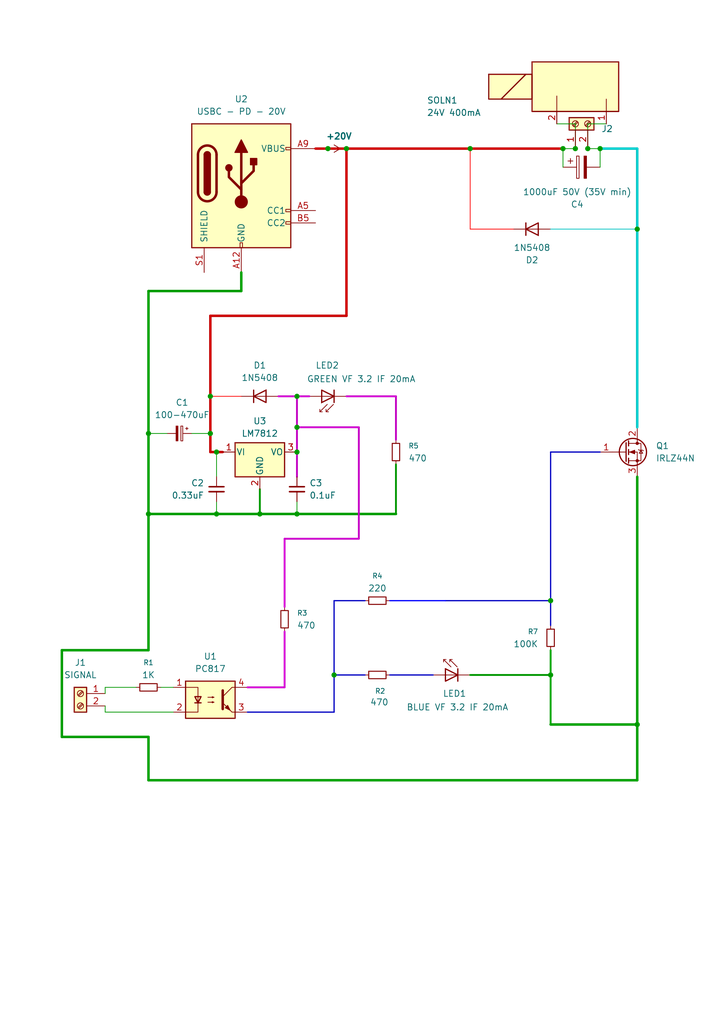
<source format=kicad_sch>
(kicad_sch (version 20250114) (generator "eeschema") (generator_version "9.0")
  (paper "A5" portrait)
  (title_block (title "Pinewood Derby Starting Gate Solenoid") (date "2026-02-02") (rev "4") (company "Leon Springs Baptist Church AWANA Program") (comment 1 "Signal 9V Battery (3V-12V) ( Isolated via Optocoupler )") (comment 3 "USBC Power 65W ( Min 45W ) ") (comment 4 "Solenoid  24V 400mA  ( Max 24V 2A )"))
  (lib_symbols
    (symbol "Connector:Screw_Terminal_01x02" (pin_names (offset 1.016) (hide yes))
      (property "Reference" "J" (at 0 2.54 0))
      (property "Value" "Screw_Terminal_01x02" (at 0 -5.08 0))
      (symbol "Screw_Terminal_01x02_1_1"
        (rectangle (start -1.27 1.27) (end 1.27 -3.81) (stroke (width 0.254)) (fill (type background)))
        (polyline (pts (xy -0.5334 0.3302) (xy 0.3302 -0.508)) (stroke (width 0.1524)))
        (polyline (pts (xy -0.5334 -2.2098) (xy 0.3302 -3.048)) (stroke (width 0.1524)))
        (polyline (pts (xy -0.3556 0.508) (xy 0.508 -0.3302)) (stroke (width 0.1524)))
        (polyline (pts (xy -0.3556 -2.032) (xy 0.508 -2.8702)) (stroke (width 0.1524)))
        (circle (center 0 0) (radius 0.635) (stroke (width 0.1524)))
        (circle (center 0 -2.54) (radius 0.635) (stroke (width 0.1524)))
        (pin passive line (at -5.08 0 0) (length 3.81) (name "Pin_1") (number "1"))
        (pin passive line (at -5.08 -2.54 0) (length 3.81) (name "Pin_2") (number "2"))
      )
    )
    (symbol "Connector:USB_C_Receptacle_PowerOnly_6P" (pin_names (offset 1.016))
      (property "Reference" "J" (at 0 16.51 0))
      (property "Value" "USB_C_Receptacle_PowerOnly_6P" (at 0 13.97 0))
      (symbol "USB_C_Receptacle_PowerOnly_6P_0_0"
        (rectangle (start -0.254 -12.7) (end 0.254 -11.684))
        (rectangle (start 10.16 7.874) (end 9.144 7.366))
        (rectangle (start 10.16 -4.826) (end 9.144 -5.334))
        (rectangle (start 10.16 -7.366) (end 9.144 -7.874))
      )
      (symbol "USB_C_Receptacle_PowerOnly_6P_0_1"
        (rectangle (start -10.16 12.7) (end 10.16 -12.7) (stroke (width 0.254)) (fill (type background)))
        (polyline (pts (xy -8.89 -1.27) (xy -8.89 6.35)) (stroke (width 0.508)))
        (rectangle (start -7.62 -1.27) (end -6.35 6.35) (stroke (width 0.254)) (fill (type outline)))
        (arc (start -7.62 6.35) (mid -6.985 6.9823) (end -6.35 6.35) (stroke (width 0.254)))
        (arc (start -7.62 6.35) (mid -6.985 6.9823) (end -6.35 6.35) (stroke (width 0.254)) (fill (type outline)))
        (arc (start -8.89 6.35) (mid -6.985 8.2467) (end -5.08 6.35) (stroke (width 0.508)))
        (arc (start -5.08 -1.27) (mid -6.985 -3.1667) (end -8.89 -1.27) (stroke (width 0.508)))
        (arc (start -6.35 -1.27) (mid -6.985 -1.9023) (end -7.62 -1.27) (stroke (width 0.254)))
        (arc (start -6.35 -1.27) (mid -6.985 -1.9023) (end -7.62 -1.27) (stroke (width 0.254)) (fill (type outline)))
        (polyline (pts (xy -5.08 6.35) (xy -5.08 -1.27)) (stroke (width 0.508)))
        (circle (center -2.54 3.683) (radius 0.635) (stroke (width 0.254)) (fill (type outline)))
        (polyline (pts (xy -1.27 6.858) (xy 0 9.398) (xy 1.27 6.858) (xy -1.27 6.858)) (stroke (width 0.254)) (fill (type outline)))
        (polyline (pts (xy 0 0.508) (xy 2.54 3.048) (xy 2.54 4.318)) (stroke (width 0.508)))
        (polyline (pts (xy 0 -0.762) (xy -2.54 1.778) (xy -2.54 3.048)) (stroke (width 0.508)))
        (polyline (pts (xy 0 -3.302) (xy 0 6.858)) (stroke (width 0.508)))
        (circle (center 0 -3.302) (radius 1.27) (fill (type outline)))
        (rectangle (start 1.905 4.318) (end 3.175 5.588) (stroke (width 0.254)) (fill (type outline)))
      )
      (symbol "USB_C_Receptacle_PowerOnly_6P_1_1"
        (pin passive line (at -7.62 -17.78 90) (length 5.08) (name "SHIELD") (number "S1"))
        (pin passive line (at 0 -17.78 90) (length 5.08) (name "GND") (number "A12"))
        (pin passive line (at 0 -17.78 90) (length 5.08) (hide yes) (name "GND") (number "B12"))
        (pin passive line (at 15.24 7.62 180) (length 5.08) (name "VBUS") (number "A9"))
        (pin passive line (at 15.24 7.62 180) (length 5.08) (hide yes) (name "VBUS") (number "B9"))
        (pin bidirectional line (at 15.24 -5.08 180) (length 5.08) (name "CC1") (number "A5"))
        (pin bidirectional line (at 15.24 -7.62 180) (length 5.08) (name "CC2") (number "B5"))
      )
    )
    (symbol "Device:C_Polarized" (pin_numbers (hide yes)) (pin_names (offset 0.254))
      (property "Reference" "C" (at 0.635 2.54 0))
      (property "Value" "C_Polarized" (at 0.635 -2.54 0))
      (symbol "C_Polarized_0_1"
        (rectangle (start -2.286 0.508) (end 2.286 1.016))
        (polyline (pts (xy -1.778 2.286) (xy -0.762 2.286)))
        (polyline (pts (xy -1.27 2.794) (xy -1.27 1.778)))
        (rectangle (start 2.286 -0.508) (end -2.286 -1.016) (fill (type outline)))
      )
      (symbol "C_Polarized_1_1"
        (pin passive line (at 0 3.81 270) (length 2.794) (name "~") (number "1"))
        (pin passive line (at 0 -3.81 90) (length 2.794) (name "~") (number "2"))
      )
    )
    (symbol "Device:C_Polarized_Small" (pin_numbers (hide yes)) (pin_names (offset 0.254) (hide yes))
      (property "Reference" "C" (at 0.254 1.778 0))
      (property "Value" "C_Polarized_Small" (at 0.254 -2.032 0))
      (symbol "C_Polarized_Small_0_1"
        (rectangle (start -1.524 0.6858) (end 1.524 0.3048))
        (rectangle (start -1.524 -0.3048) (end 1.524 -0.6858) (fill (type outline)))
        (polyline (pts (xy -1.27 1.524) (xy -0.762 1.524)))
        (polyline (pts (xy -1.016 1.27) (xy -1.016 1.778)))
      )
      (symbol "C_Polarized_Small_1_1"
        (pin passive line (at 0 2.54 270) (length 1.8542) (name "~") (number "1"))
        (pin passive line (at 0 -2.54 90) (length 1.8542) (name "~") (number "2"))
      )
    )
    (symbol "Device:C_Small" (pin_numbers (hide yes)) (pin_names (offset 0.254) (hide yes))
      (property "Reference" "C" (at 0.254 1.778 0))
      (property "Value" "C_Small" (at 0.254 -2.032 0))
      (symbol "C_Small_0_1"
        (polyline (pts (xy -1.524 0.508) (xy 1.524 0.508)) (stroke (width 0.3048)))
        (polyline (pts (xy -1.524 -0.508) (xy 1.524 -0.508)) (stroke (width 0.3302)))
      )
      (symbol "C_Small_1_1"
        (pin passive line (at 0 2.54 270) (length 2.032) (name "~") (number "1"))
        (pin passive line (at 0 -2.54 90) (length 2.032) (name "~") (number "2"))
      )
    )
    (symbol "Device:R_Small" (pin_numbers (hide yes)) (pin_names (offset 0.254) (hide yes))
      (property "Reference" "R" (at 0 0 90))
      (property "Value" "R_Small" (at 1.778 0 90))
      (symbol "R_Small_0_1"
        (rectangle (start -0.762 1.778) (end 0.762 -1.778) (stroke (width 0.2032)))
      )
      (symbol "R_Small_1_1"
        (pin passive line (at 0 2.54 270) (length 0.762) (name "~") (number "1"))
        (pin passive line (at 0 -2.54 90) (length 0.762) (name "~") (number "2"))
      )
    )
    (symbol "Diode:1N4007" (pin_numbers (hide yes)) (pin_names (hide yes))
      (property "Reference" "D" (at 0 2.54 0))
      (property "Value" "1N4007" (at 0 -2.54 0))
      (symbol "1N4007_0_1"
        (polyline (pts (xy -1.27 1.27) (xy -1.27 -1.27)) (stroke (width 0.254)))
        (polyline (pts (xy 1.27 1.27) (xy 1.27 -1.27) (xy -1.27 0) (xy 1.27 1.27)) (stroke (width 0.254)))
        (polyline (pts (xy 1.27 0) (xy -1.27 0)))
      )
      (symbol "1N4007_1_1"
        (pin passive line (at -3.81 0 0) (length 2.54) (name "K") (number "1"))
        (pin passive line (at 3.81 0 180) (length 2.54) (name "A") (number "2"))
      )
    )
    (symbol "Isolator:PC817" (pin_names (offset 1.016))
      (property "Reference" "U" (at -5.08 5.08 0))
      (property "Value" "PC817" (at 0 5.08 0))
      (symbol "PC817_0_1"
        (rectangle (start -5.08 3.81) (end 5.08 -3.81) (stroke (width 0.254)) (fill (type background)))
        (polyline (pts (xy -5.08 2.54) (xy -2.54 2.54) (xy -2.54 -0.635)))
        (polyline (pts (xy -3.175 -0.635) (xy -1.905 -0.635)) (stroke (width 0.254)))
        (polyline (pts (xy -2.54 -0.635) (xy -2.54 -2.54) (xy -5.08 -2.54)))
        (polyline (pts (xy -2.54 -0.635) (xy -3.175 0.635) (xy -1.905 0.635) (xy -2.54 -0.635)) (stroke (width 0.254)))
        (polyline (pts (xy -0.508 0.508) (xy 0.762 0.508) (xy 0.381 0.381) (xy 0.381 0.635) (xy 0.762 0.508)))
        (polyline (pts (xy -0.508 -0.508) (xy 0.762 -0.508) (xy 0.381 -0.635) (xy 0.381 -0.381) (xy 0.762 -0.508)))
        (polyline (pts (xy 2.54 1.905) (xy 2.54 -1.905)) (stroke (width 0.508)))
        (polyline (pts (xy 2.54 0.635) (xy 4.445 2.54)))
        (polyline (pts (xy 3.048 -1.651) (xy 3.556 -1.143) (xy 4.064 -2.159) (xy 3.048 -1.651)) (fill (type outline)))
        (polyline (pts (xy 4.445 2.54) (xy 5.08 2.54)))
        (polyline (pts (xy 4.445 -2.54) (xy 2.54 -0.635)) (fill (type outline)))
        (polyline (pts (xy 4.445 -2.54) (xy 5.08 -2.54)))
      )
      (symbol "PC817_1_1"
        (pin passive line (at -7.62 2.54 0) (length 2.54) (name "~") (number "1"))
        (pin passive line (at -7.62 -2.54 0) (length 2.54) (name "~") (number "2"))
        (pin passive line (at 7.62 2.54 180) (length 2.54) (name "~") (number "4"))
        (pin passive line (at 7.62 -2.54 180) (length 2.54) (name "~") (number "3"))
      )
    )
    (symbol "LED:TSAL4400" (pin_numbers (hide yes)) (pin_names (offset 1.016) (hide yes))
      (property "Reference" "D" (at 0.508 1.778 0))
      (property "Value" "TSAL4400" (at -1.016 -2.794 0))
      (symbol "TSAL4400_0_1"
        (polyline (pts (xy -2.54 1.27) (xy -2.54 -1.27)) (stroke (width 0.254)))
        (polyline (pts (xy -2.413 1.651) (xy -0.889 3.175) (xy -0.889 2.667) (xy -0.889 3.175) (xy -1.397 3.175)))
        (polyline (pts (xy -1.143 1.651) (xy 0.381 3.175) (xy 0.381 2.667)))
        (polyline (pts (xy 0 1.27) (xy -2.54 0) (xy 0 -1.27) (xy 0 1.27)) (stroke (width 0.254)))
        (polyline (pts (xy 0 0) (xy -2.54 0)))
        (polyline (pts (xy 0.381 3.175) (xy -0.127 3.175)))
      )
      (symbol "TSAL4400_1_1"
        (pin passive line (at -5.08 0 0) (length 2.54) (name "K") (number "1"))
        (pin passive line (at 2.54 0 180) (length 2.54) (name "A") (number "2"))
      )
    )
    (symbol "Regulator_Linear:LM7812_TO220" (pin_names (offset 0.254))
      (property "Reference" "U" (at -3.81 3.175 0))
      (property "Value" "LM7812_TO220" (at 0 3.175 0))
      (symbol "LM7812_TO220_0_1"
        (rectangle (start -5.08 1.905) (end 5.08 -5.08) (stroke (width 0.254)) (fill (type background)))
      )
      (symbol "LM7812_TO220_1_1"
        (pin power_in line (at -7.62 0 0) (length 2.54) (name "VI") (number "1"))
        (pin power_in line (at 0 -7.62 90) (length 2.54) (name "GND") (number "2"))
        (pin power_out line (at 7.62 0 180) (length 2.54) (name "VO") (number "3"))
      )
    )
    (symbol "Solenoid:SOLxx-Axx-Vxx"
      (property "Reference" "SOLN" (at 10.16 3.81 0) (show_name))
      (property "Value" "SOLNxx-Axx-Vxx" (at 10.16 1.27 0))
      (symbol "SOLxx-Axx-Vxx_0_1"
        (rectangle (start -17.78 2.54) (end -8.89 -2.54) (stroke (width 0.254)) (fill (type background)))
        (polyline (pts (xy -15.24 -2.54) (xy -10.16 2.54)) (stroke (width 0.254)))
        (rectangle (start -8.89 5.08) (end 8.89 -5.08) (stroke (width 0.254)) (fill (type background)))
        (polyline (pts (xy -3.81 -5.08) (xy -3.81 -1.905)))
        (polyline (pts (xy 6.35 -2.54) (xy 6.35 -5.08)))
      )
      (symbol "SOLxx-Axx-Vxx_1_1"
        (pin passive line (at -3.81 -7.62 90) (length 2.54) (name "~") (number "2"))
        (pin passive line (at 6.35 -7.62 90) (length 2.54) (name "~") (number "1"))
        (pin passive line (at 6.35 -7.62 90) (length 2.54) (hide yes) (name "~") (number "14"))
      )
    )
    (symbol "Transistor_FET:IRLZ44N" (pin_names (hide yes))
      (property "Reference" "Q" (at 5.08 1.905 0))
      (property "Value" "IRLZ44N" (at 5.08 0 0))
      (symbol "IRLZ44N_0_1"
        (polyline (pts (xy 0.254 1.905) (xy 0.254 -1.905)) (stroke (width 0.254)))
        (polyline (pts (xy 0.254 0) (xy -2.54 0)))
        (polyline (pts (xy 0.762 2.286) (xy 0.762 1.27)) (stroke (width 0.254)))
        (polyline (pts (xy 0.762 0.508) (xy 0.762 -0.508)) (stroke (width 0.254)))
        (polyline (pts (xy 0.762 -1.27) (xy 0.762 -2.286)) (stroke (width 0.254)))
        (polyline (pts (xy 0.762 -1.778) (xy 3.302 -1.778) (xy 3.302 1.778) (xy 0.762 1.778)))
        (polyline (pts (xy 1.016 0) (xy 2.032 0.381) (xy 2.032 -0.381) (xy 1.016 0)) (fill (type outline)))
        (circle (center 1.651 0) (radius 2.794) (stroke (width 0.254)))
        (polyline (pts (xy 2.54 2.54) (xy 2.54 1.778)))
        (circle (center 2.54 1.778) (radius 0.254) (fill (type outline)))
        (circle (center 2.54 -1.778) (radius 0.254) (fill (type outline)))
        (polyline (pts (xy 2.54 -2.54) (xy 2.54 0) (xy 0.762 0)))
        (polyline (pts (xy 2.794 0.508) (xy 2.921 0.381) (xy 3.683 0.381) (xy 3.81 0.254)))
        (polyline (pts (xy 3.302 0.381) (xy 2.921 -0.254) (xy 3.683 -0.254) (xy 3.302 0.381)))
      )
      (symbol "IRLZ44N_1_1"
        (pin input line (at -5.08 0 0) (length 2.54) (name "G") (number "1"))
        (pin passive line (at 2.54 5.08 270) (length 2.54) (name "D") (number "2"))
        (pin passive line (at 2.54 -5.08 90) (length 2.54) (name "S") (number "3"))
      )
    )
    (symbol "power:+10V" (power) (pin_numbers (hide yes)) (pin_names (offset 0) (hide yes))
      (property "Value" "+10V" (at 0 3.556 0))
      (symbol "+10V_0_1"
        (polyline (pts (xy -0.762 1.27) (xy 0 2.54)))
        (polyline (pts (xy 0 2.54) (xy 0.762 1.27)))
        (polyline (pts (xy 0 0) (xy 0 2.54)))
      )
      (symbol "+10V_1_1"
        (pin power_in line (at 0 0 90) (length 0) (name "~") (number "1"))
      )
    )
  )
  (junction (at 67.31 30.48))
  (junction (at 44.45 105.41))
  (junction (at 120.65 30.48))
  (junction (at 68.58 138.43))
  (junction (at 130.81 46.99))
  (junction (at 30.48 88.9))
  (junction (at 113.03 138.43))
  (junction (at 113.03 123.19))
  (junction (at 71.12 30.48))
  (junction (at 30.48 105.41))
  (junction (at 130.81 148.59))
  (junction (at 60.96 105.41))
  (junction (at 60.96 87.63))
  (junction (at 60.96 81.28))
  (junction (at 43.18 88.9))
  (junction (at 53.34 105.41))
  (junction (at 43.18 81.28))
  (junction (at 96.52 30.48))
  (junction (at 60.96 92.71))
  (junction (at 118.11 30.48))
  (junction (at 115.57 30.48))
  (junction (at 123.19 30.48))
  (junction (at 44.45 92.71))
  (wire (pts (xy 60.96 81.28) (xy 60.96 85.09)) (stroke (width 0) (color 194 0 194 1)))
  (wire (pts (xy 12.7 151.13) (xy 30.48 151.13)) (stroke (width 0.508)))
  (wire (pts (xy 30.48 105.41) (xy 30.48 133.35)) (stroke (width 0.508)))
  (wire (pts (xy 30.48 160.02) (xy 130.81 160.02)) (stroke (width 0.508)))
  (wire (pts (xy 30.48 151.13) (xy 30.48 160.02)) (stroke (width 0.508)))
  (wire (pts (xy 113.03 46.99) (xy 130.81 46.99)) (stroke (width 0) (color 0 194 194 1)))
  (wire (pts (xy 91.44 123.19) (xy 113.03 123.19)) (stroke (width 0.254) (color 0 0 194 1)))
  (wire (pts (xy 68.58 146.05) (xy 50.8 146.05)) (stroke (width 0.254) (color 0 0 194 1)))
  (wire (pts (xy 123.19 30.48) (xy 123.19 34.29)))
  (wire (pts (xy 58.42 110.49) (xy 73.66 110.49)) (stroke (width 0.381) (color 194 0 194 1)))
  (wire (pts (xy 105.41 46.99) (xy 96.52 46.99)) (stroke (width 0) (color 255 0 0 1)))
  (wire (pts (xy 118.11 25.4) (xy 118.11 30.48)))
  (wire (pts (xy 114.3 25.4) (xy 118.11 25.4)))
  (wire (pts (xy 123.19 30.48) (xy 120.65 30.48)))
  (wire (pts (xy 96.52 138.43) (xy 113.03 138.43)) (stroke (width 0.381)))
  (wire (pts (xy 43.18 81.28) (xy 49.53 81.28)) (stroke (width 0) (color 255 0 0 1)))
  (wire (pts (xy 53.34 105.41) (xy 60.96 105.41)) (stroke (width 0.508)))
  (wire (pts (xy 73.66 87.63) (xy 73.66 110.49)) (stroke (width 0.381) (color 194 0 194 1)))
  (wire (pts (xy 12.7 133.35) (xy 12.7 151.13)) (stroke (width 0.508)))
  (wire (pts (xy 130.81 46.99) (xy 130.81 30.48)) (stroke (width 0.508) (color 0 194 194 1)))
  (wire (pts (xy 60.96 81.28) (xy 60.96 87.63)) (stroke (width 0.381) (color 194 0 194 1)))
  (wire (pts (xy 115.57 30.48) (xy 118.11 30.48)))
  (wire (pts (xy 49.53 59.69) (xy 30.48 59.69)) (stroke (width 0.508)))
  (wire (pts (xy 44.45 92.71) (xy 44.45 97.79)))
  (wire (pts (xy 130.81 30.48) (xy 123.19 30.48)) (stroke (width 0.508) (color 0 194 194 1)))
  (wire (pts (xy 44.45 102.87) (xy 44.45 105.41)))
  (wire (pts (xy 120.65 30.48) (xy 120.65 25.4)))
  (wire (pts (xy 113.03 92.71) (xy 123.19 92.71)) (stroke (width 0.254) (color 0 0 194 1)))
  (wire (pts (xy 68.58 123.19) (xy 74.93 123.19)) (stroke (width 0.254) (color 0 0 194 1)))
  (wire (pts (xy 43.18 92.71) (xy 43.18 88.9)) (stroke (width 0.508) (color 194 0 0 1)))
  (wire (pts (xy 60.96 105.41) (xy 81.28 105.41)) (stroke (width 0.508)))
  (wire (pts (xy 96.52 46.99) (xy 96.52 30.48)) (stroke (width 0) (color 255 0 0 1)))
  (wire (pts (xy 35.56 140.97) (xy 33.02 140.97)))
  (wire (pts (xy 60.96 87.63) (xy 73.66 87.63)) (stroke (width 0.381) (color 194 0 194 1)))
  (wire (pts (xy 64.77 30.48) (xy 67.31 30.48)) (stroke (width 0.508) (color 194 0 0 1)))
  (wire (pts (xy 113.03 92.71) (xy 113.03 123.19)) (stroke (width 0.254) (color 0 0 194 1)))
  (wire (pts (xy 113.03 133.35) (xy 113.03 138.43)) (stroke (width 0.381)))
  (wire (pts (xy 39.37 88.9) (xy 43.18 88.9)))
  (wire (pts (xy 58.42 110.49) (xy 58.42 124.46)) (stroke (width 0.381) (color 194 0 194 1)))
  (wire (pts (xy 30.48 59.69) (xy 30.48 88.9)) (stroke (width 0.508)))
  (wire (pts (xy 43.18 92.71) (xy 44.45 92.71)) (stroke (width 0.508) (color 194 0 0 1)))
  (wire (pts (xy 80.01 123.19) (xy 91.44 123.19)) (stroke (width 0.254) (color 0 0 255 1)))
  (wire (pts (xy 53.34 105.41) (xy 53.34 100.33)) (stroke (width 0.381)))
  (wire (pts (xy 60.96 87.63) (xy 60.96 92.71)) (stroke (width 0.381) (color 194 0 194 1)))
  (wire (pts (xy 80.01 138.43) (xy 88.9 138.43)) (stroke (width 0.254) (color 0 0 194 1)))
  (wire (pts (xy 57.15 81.28) (xy 60.96 81.28)) (stroke (width 0.381) (color 194 0 194 1)))
  (wire (pts (xy 113.03 123.19) (xy 113.03 128.27)) (stroke (width 0.254) (color 0 0 194 1)))
  (wire (pts (xy 68.58 138.43) (xy 68.58 146.05)) (stroke (width 0.254) (color 0 0 194 1)))
  (wire (pts (xy 30.48 88.9) (xy 34.29 88.9)))
  (wire (pts (xy 21.59 140.97) (xy 21.59 142.24)))
  (wire (pts (xy 58.42 129.54) (xy 58.42 140.97)) (stroke (width 0.381) (color 194 0 194 1)))
  (wire (pts (xy 58.42 140.97) (xy 50.8 140.97)) (stroke (width 0.381) (color 194 0 194 1)))
  (wire (pts (xy 35.56 146.05) (xy 21.59 146.05)))
  (wire (pts (xy 43.18 81.28) (xy 43.18 64.77)) (stroke (width 0.508) (color 194 0 0 1)))
  (wire (pts (xy 130.81 148.59) (xy 130.81 160.02)) (stroke (width 0.508)))
  (wire (pts (xy 43.18 64.77) (xy 71.12 64.77)) (stroke (width 0.508) (color 194 0 0 1)))
  (wire (pts (xy 44.45 92.71) (xy 45.72 92.71)) (stroke (width 0.508) (color 194 0 0 1)))
  (wire (pts (xy 71.12 81.28) (xy 81.28 81.28)) (stroke (width 0.381) (color 194 0 194 1)))
  (wire (pts (xy 71.12 30.48) (xy 96.52 30.48)) (stroke (width 0.508) (color 194 0 0 1)))
  (wire (pts (xy 60.96 102.87) (xy 60.96 105.41)))
  (wire (pts (xy 30.48 88.9) (xy 30.48 105.41)) (stroke (width 0.508)))
  (wire (pts (xy 113.03 148.59) (xy 130.81 148.59)) (stroke (width 0.508)))
  (wire (pts (xy 43.18 88.9) (xy 43.18 81.28)) (stroke (width 0.508) (color 194 0 0 1)))
  (wire (pts (xy 49.53 55.88) (xy 49.53 59.69)) (stroke (width 0.508)))
  (wire (pts (xy 81.28 81.28) (xy 81.28 90.17)) (stroke (width 0.381) (color 194 0 194 1)))
  (wire (pts (xy 68.58 123.19) (xy 68.58 138.43)) (stroke (width 0.254) (color 0 0 194 1)))
  (wire (pts (xy 27.94 140.97) (xy 21.59 140.97)))
  (wire (pts (xy 44.45 105.41) (xy 53.34 105.41)) (stroke (width 0.508)))
  (wire (pts (xy 96.52 30.48) (xy 115.57 30.48)) (stroke (width 0.508) (color 194 0 0 1)))
  (wire (pts (xy 60.96 92.71) (xy 60.96 97.79)) (stroke (width 0.381) (color 194 0 194 1)))
  (wire (pts (xy 130.81 97.79) (xy 130.81 148.59)) (stroke (width 0.508)))
  (wire (pts (xy 60.96 81.28) (xy 63.5 81.28)) (stroke (width 0.381) (color 194 0 194 1)))
  (wire (pts (xy 67.31 30.48) (xy 71.12 30.48)) (stroke (width 0.508) (color 194 0 0 1)))
  (wire (pts (xy 68.58 138.43) (xy 74.93 138.43)) (stroke (width 0.254) (color 0 0 194 1)))
  (wire (pts (xy 115.57 30.48) (xy 115.57 34.29)))
  (wire (pts (xy 120.65 25.4) (xy 124.46 25.4)))
  (wire (pts (xy 30.48 133.35) (xy 12.7 133.35)) (stroke (width 0.508)))
  (wire (pts (xy 81.28 95.25) (xy 81.28 105.41)) (stroke (width 0.381)))
  (wire (pts (xy 30.48 105.41) (xy 44.45 105.41)) (stroke (width 0.508)))
  (wire (pts (xy 130.81 46.99) (xy 130.81 87.63)) (stroke (width 0.508) (color 0 194 194 1)))
  (wire (pts (xy 113.03 138.43) (xy 113.03 148.59)) (stroke (width 0.381)))
  (wire (pts (xy 71.12 64.77) (xy 71.12 30.48)) (stroke (width 0.508) (color 194 0 0 1)))
  (wire (pts (xy 21.59 146.05) (xy 21.59 144.78)))
  (symbol (lib_id "Device:C_Small") (at 60.96 100.33 0) (unit 1)
    (property "Reference" "C3" (at 63.5 99.0662 0) (effects (justify left)))
    (property "Value" "0.1uF" (at 63.5 101.6062 0) (effects (justify left)))
    (property "Description" "Unpolarized capacitor, small symbol" (effects (hide yes)))
  )
  (symbol (lib_id "Connector:USB_C_Receptacle_PowerOnly_6P") (at 49.53 38.1 0) (unit 1)
    (property "Reference" "U2" (at 49.53 20.32 0))
    (property "Value" "USBC - PD - 20V" (at 49.53 22.86 0))
    (property "Datasheet" "https://www.usb.org/sites/default/files/documents/usb_type-c.zip" (effects (hide yes)))
    (property "Description" "USB Power-Only 6P Type-C Receptacle connector" (effects (hide yes)))
    (property "Vendor Link" "https://a.co/d/ai6QLc4" (effects (hide yes)))
    (property "Vendor Summary" " AITRIP 2PCS 100W 5A USB-C Fast Charge USB-C PD QC DC 5V 9V 12V 15V 20V Adjustable Voltage Power Trigger Module 5A Type-C Female Input" (effects (hide yes)))
  )
  (symbol (lib_id "power:+10V") (at 67.31 30.48 270) (unit 1)
    (property "Reference" "#PWR02" (effects (hide yes)))
    (property "Value" "+20V" (at 66.802 27.94 90) (effects (font (thickness 0.254) (bold yes)) (justify left)))
    (property "Description" "Power symbol creates a global label with name \"+10V\"" (effects (hide yes)))
  )
  (symbol (lib_id "Connector:Screw_Terminal_01x02") (at 118.11 25.4 90) (unit 1)
    (property "Reference" "J2" (at 123.444 26.416 90) (effects (justify right)))
    (property "Value" "Solenoid Terminal" (effects (hide yes)))
    (property "Description" "Generic screw terminal, single row, 01x02, script generated (kicad-library-utils/schlib/autogen/connector/)" (effects (hide yes)))
  )
  (symbol (lib_id "Device:R_Small") (at 113.03 130.81 0) (mirror y) (unit 1)
    (property "Reference" "R7" (at 110.49 129.5399 0) (effects (font (size 1.016 1.016)) (justify left)))
    (property "Value" "100K" (at 110.49 132.0799 0) (effects (justify left)))
    (property "Description" "Resistor, small symbol" (effects (hide yes)))
  )
  (symbol (lib_id "Transistor_FET:IRLZ44N") (at 128.27 92.71 0) (unit 1)
    (property "Reference" "Q1" (at 134.62 91.4399 0) (effects (justify left)))
    (property "Value" "IRLZ44N" (at 134.62 93.9799 0) (effects (justify left)))
    (property "Footprint" "Package_TO_SOT_THT:TO-220-3_Vertical" (effects (hide yes)))
    (property "Datasheet" "http://www.irf.com/product-info/datasheets/data/irlz44n.pdf" (effects (hide yes)))
    (property "Description" "47A Id, 55V Vds, 22mOhm Rds Single N-Channel HEXFET Power MOSFET, TO-220AB" (effects (hide yes)))
  )
  (symbol (lib_id "LED:TSAL4400") (at 66.04 81.28 180) (unit 1)
    (property "Reference" "LED2" (at 67.183 74.93 0))
    (property "Value" "GREEN VF 3.2 IF 20mA" (at 74.168 77.724 0))
    (property "Footprint" "LED_THT:LED_D3.0mm_IRBlack" (effects (hide yes)))
    (property "Datasheet" "http://www.vishay.com/docs/81006/tsal4400.pdf" (effects (hide yes)))
    (property "Description" "Infrared LED , 3mm LED package" (effects (hide yes)))
  )
  (symbol (lib_id "Device:R_Small") (at 58.42 127 0) (unit 1)
    (property "Reference" "R3" (at 60.96 125.7299 0) (effects (font (size 1.016 1.016)) (justify left)))
    (property "Value" "470" (at 60.96 128.2699 0) (effects (justify left)))
    (property "Description" "Resistor, small symbol" (effects (hide yes)))
  )
  (symbol (lib_id "Diode:1N4007") (at 109.22 46.99 0) (mirror x) (unit 1)
    (property "Reference" "D2" (at 109.22 53.34 0))
    (property "Value" "1N5408" (at 109.22 50.8 0))
    (property "Footprint" "Diode_THT:D_DO-41_SOD81_P10.16mm_Horizontal" (effects (hide yes)))
    (property "Datasheet" "http://www.vishay.com/docs/88503/1n4001.pdf" (effects (hide yes)))
    (property "Description" "1000V 1A General Purpose Rectifier Diode, DO-41" (effects (hide yes)))
    (property "Sim.Device" "D" (effects (hide yes)))
    (property "Sim.Pins" "1=K 2=A" (effects (hide yes)))
  )
  (symbol (lib_id "Regulator_Linear:LM7812_TO220") (at 53.34 92.71 0) (unit 1)
    (property "Reference" "U3" (at 53.34 86.36 0))
    (property "Value" "LM7812" (at 53.34 88.9 0))
    (property "Footprint" "Package_TO_SOT_THT:TO-220-3_Vertical" (effects (hide yes)))
    (property "Datasheet" "https://www.onsemi.cn/PowerSolutions/document/MC7800-D.PDF" (effects (hide yes)))
    (property "Description" "Positive 1A 35V Linear Regulator, Fixed Output 12V, TO-220" (effects (hide yes)))
  )
  (symbol (lib_id "Device:R_Small") (at 30.48 140.97 90) (unit 1)
    (property "Reference" "R1" (at 30.48 135.89 90) (effects (font (size 1.016 1.016))))
    (property "Value" "1K" (at 30.48 138.43 90))
    (property "Description" "Resistor, small symbol" (effects (hide yes)))
  )
  (symbol (lib_id "Device:C_Small") (at 44.45 100.33 0) (mirror y) (unit 1)
    (property "Reference" "C2" (at 41.91 99.0662 0) (effects (justify left)))
    (property "Value" "0.33uF" (at 41.91 101.6062 0) (effects (justify left)))
    (property "Description" "Unpolarized capacitor, small symbol" (effects (hide yes)))
  )
  (symbol (lib_id "LED:TSAL4400") (at 91.44 138.43 0) (mirror y) (unit 1)
    (property "Reference" "LED1" (at 95.758 142.24 0) (effects (justify left)))
    (property "Value" "BLUE VF 3.2 IF 20mA" (at 104.394 145.034 0) (effects (justify left)))
    (property "Footprint" "LED_THT:LED_D3.0mm_IRBlack" (effects (hide yes)))
    (property "Datasheet" "http://www.vishay.com/docs/81006/tsal4400.pdf" (effects (hide yes)))
    (property "Description" "Infrared LED , 3mm LED package" (effects (hide yes)))
  )
  (symbol (lib_id "Device:C_Polarized") (at 119.38 34.29 90) (mirror x) (unit 1)
    (property "Reference" "C4" (at 118.491 41.91 90))
    (property "Value" "1000uF 50V (35V min)" (at 118.491 39.37 90))
    (property "Description" "Polarized capacitor" (effects (hide yes)))
  )
  (symbol (lib_id "Connector:Screw_Terminal_01x02") (at 16.51 142.24 0) (mirror y) (unit 1)
    (property "Reference" "J1" (at 16.51 135.89 0))
    (property "Value" "SIGNAL" (at 16.51 138.43 0))
    (property "Description" "Generic screw terminal, single row, 01x02, script generated (kicad-library-utils/schlib/autogen/connector/)" (effects (hide yes)))
  )
  (symbol (lib_id "Solenoid:SOLxx-Axx-Vxx") (at 118.11 17.78 0) (unit 1)
    (property "Reference" "SOLN1" (at 87.63 20.574 0) (effects (justify left)))
    (property "Value" "24V 400mA" (at 87.63 23.114 0) (effects (justify left)))
    (property "Description" "Push/Pull Solenoid" (effects (hide yes)))
    (property "Vendor Link" "https://a.co/d/3JgTAZF" (effects (hide yes)))
    (property "Vendor Summary" "MECCANIXITY DC 24V 0.4A Solenoid Electromagnet Push Pull Type 45N 10mm Stroke Solenoid Actuator Open Frame Linear Motion JF-Z05 Magnet Solenoid" (effects (hide yes)))
  )
  (symbol (lib_id "Diode:1N4007") (at 53.34 81.28 0) (unit 1)
    (property "Reference" "D1" (at 53.34 74.93 0))
    (property "Value" "1N5408" (at 53.34 77.47 0))
    (property "Footprint" "Diode_THT:D_DO-41_SOD81_P10.16mm_Horizontal" (effects (hide yes)))
    (property "Datasheet" "http://www.vishay.com/docs/88503/1n4001.pdf" (effects (hide yes)))
    (property "Description" "1000V 1A General Purpose Rectifier Diode, DO-41" (effects (hide yes)))
    (property "Sim.Device" "D" (effects (hide yes)))
    (property "Sim.Pins" "1=K 2=A" (effects (hide yes)))
  )
  (symbol (lib_id "Isolator:PC817") (at 43.18 143.51 0) (unit 1)
    (property "Reference" "U1" (at 43.18 134.62 0))
    (property "Value" "PC817" (at 43.18 137.16 0))
    (property "Footprint" "Package_DIP:DIP-4_W7.62mm" (effects (hide yes)))
    (property "Datasheet" "http://www.soselectronic.cz/a_info/resource/d/pc817.pdf" (effects (hide yes)))
    (property "Description" "DC Optocoupler, Vce 35V, CTR 50-300%, DIP-4" (effects (hide yes)))
  )
  (symbol (lib_id "Device:R_Small") (at 77.47 138.43 90) (mirror x) (unit 1)
    (property "Reference" "R2" (at 76.962 141.732 90) (effects (font (size 1.016 1.016)) (justify right)))
    (property "Value" "470" (at 75.946 144.018 90) (effects (justify right)))
    (property "Description" "Resistor, small symbol" (effects (hide yes)))
  )
  (symbol (lib_id "Device:C_Polarized_Small") (at 36.83 88.9 270) (unit 1)
    (property "Reference" "C1" (at 37.3761 82.55 90))
    (property "Value" "100-470uF" (at 37.3761 85.09 90))
    (property "Description" "Polarized capacitor, small symbol" (effects (hide yes)))
  )
  (symbol (lib_id "Device:R_Small") (at 77.47 123.19 270) (unit 1)
    (property "Reference" "R4" (at 77.47 118.11 90) (effects (font (size 1.016 1.016))))
    (property "Value" "220" (at 77.47 120.65 90))
    (property "Description" "Resistor, small symbol" (effects (hide yes)))
  )
  (symbol (lib_id "Device:R_Small") (at 81.28 92.71 0) (unit 1)
    (property "Reference" "R5" (at 83.82 91.4399 0) (effects (font (size 1.016 1.016)) (justify left)))
    (property "Value" "470" (at 83.82 93.9799 0) (effects (justify left)))
    (property "Description" "Resistor, small symbol" (effects (hide yes)))
  )
)
</source>
